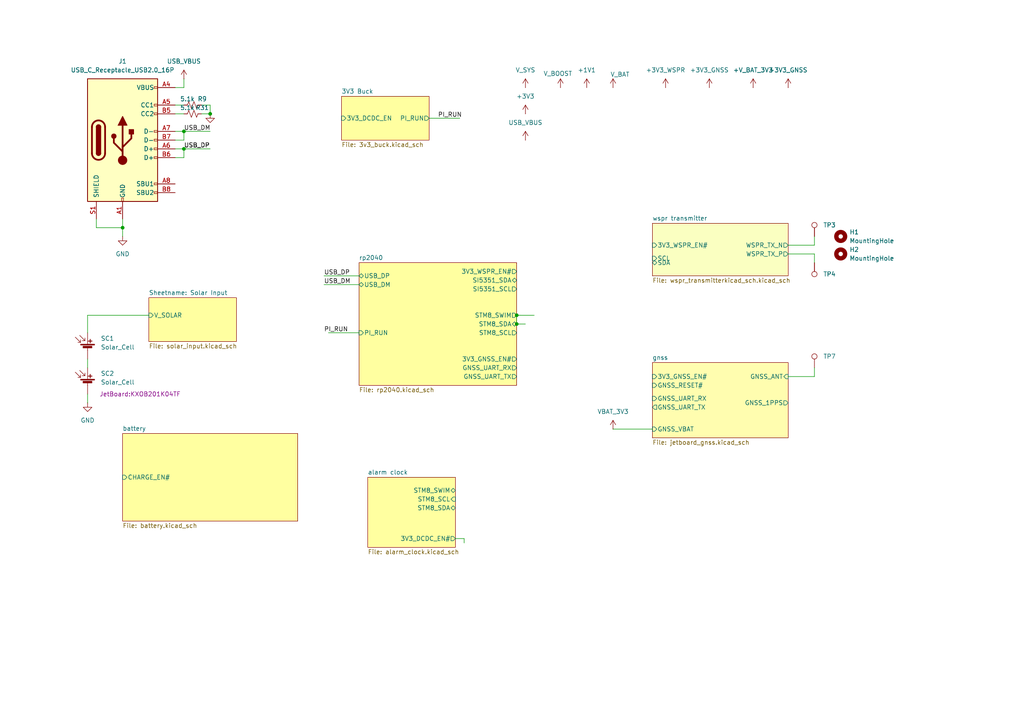
<source format=kicad_sch>
(kicad_sch (version 20250114) (generator "eeschema") (generator_version "9.0")
  (paper "A4")
  (lib_symbols
    (symbol "Connector:TestPoint" (pin_numbers (hide yes)) (pin_names (offset 0.762) (hide yes))
      (property "Reference" "TP" (at 0 6.858 0))
      (property "Value" "TestPoint" (at 0 5.08 0))
      (symbol "TestPoint_0_1"
        (circle (center 0 3.302) (radius 0.762))
      )
      (symbol "TestPoint_1_1"
        (pin passive line (at 0 0 90) (length 2.54) (name "1") (number "1"))
      )
    )
    (symbol "Connector:USB_C_Receptacle_USB2.0_16P" (pin_names (offset 1.016))
      (property "Reference" "J" (at 0 22.225 0))
      (property "Value" "USB_C_Receptacle_USB2.0_16P" (at 0 19.685 0))
      (symbol "USB_C_Receptacle_USB2.0_16P_0_0"
        (rectangle (start -0.254 -17.78) (end 0.254 -16.764))
        (rectangle (start 10.16 15.494) (end 9.144 14.986))
        (rectangle (start 10.16 10.414) (end 9.144 9.906))
        (rectangle (start 10.16 7.874) (end 9.144 7.366))
        (rectangle (start 10.16 2.794) (end 9.144 2.286))
        (rectangle (start 10.16 0.254) (end 9.144 -0.254))
        (rectangle (start 10.16 -2.286) (end 9.144 -2.794))
        (rectangle (start 10.16 -4.826) (end 9.144 -5.334))
        (rectangle (start 10.16 -12.446) (end 9.144 -12.954))
        (rectangle (start 10.16 -14.986) (end 9.144 -15.494))
      )
      (symbol "USB_C_Receptacle_USB2.0_16P_0_1"
        (rectangle (start -10.16 17.78) (end 10.16 -17.78) (stroke (width 0.254)) (fill (type background)))
        (polyline (pts (xy -8.89 -3.81) (xy -8.89 3.81)) (stroke (width 0.508)))
        (rectangle (start -7.62 -3.81) (end -6.35 3.81) (stroke (width 0.254)) (fill (type outline)))
        (arc (start -7.62 3.81) (mid -6.985 4.4423) (end -6.35 3.81) (stroke (width 0.254)))
        (arc (start -7.62 3.81) (mid -6.985 4.4423) (end -6.35 3.81) (stroke (width 0.254)) (fill (type outline)))
        (arc (start -8.89 3.81) (mid -6.985 5.7067) (end -5.08 3.81) (stroke (width 0.508)))
        (arc (start -5.08 -3.81) (mid -6.985 -5.7067) (end -8.89 -3.81) (stroke (width 0.508)))
        (arc (start -6.35 -3.81) (mid -6.985 -4.4423) (end -7.62 -3.81) (stroke (width 0.254)))
        (arc (start -6.35 -3.81) (mid -6.985 -4.4423) (end -7.62 -3.81) (stroke (width 0.254)) (fill (type outline)))
        (polyline (pts (xy -5.08 3.81) (xy -5.08 -3.81)) (stroke (width 0.508)))
        (circle (center -2.54 1.143) (radius 0.635) (stroke (width 0.254)) (fill (type outline)))
        (polyline (pts (xy -1.27 4.318) (xy 0 6.858) (xy 1.27 4.318) (xy -1.27 4.318)) (stroke (width 0.254)) (fill (type outline)))
        (polyline (pts (xy 0 -2.032) (xy 2.54 0.508) (xy 2.54 1.778)) (stroke (width 0.508)))
        (polyline (pts (xy 0 -3.302) (xy -2.54 -0.762) (xy -2.54 0.508)) (stroke (width 0.508)))
        (polyline (pts (xy 0 -5.842) (xy 0 4.318)) (stroke (width 0.508)))
        (circle (center 0 -5.842) (radius 1.27) (fill (type outline)))
        (rectangle (start 1.905 1.778) (end 3.175 3.048) (stroke (width 0.254)) (fill (type outline)))
      )
      (symbol "USB_C_Receptacle_USB2.0_16P_1_1"
        (pin passive line (at -7.62 -22.86 90) (length 5.08) (name "SHIELD") (number "S1"))
        (pin passive line (at 0 -22.86 90) (length 5.08) (name "GND") (number "A1"))
        (pin passive line (at 0 -22.86 90) (length 5.08) (hide yes) (name "GND") (number "A12"))
        (pin passive line (at 0 -22.86 90) (length 5.08) (hide yes) (name "GND") (number "B1"))
        (pin passive line (at 0 -22.86 90) (length 5.08) (hide yes) (name "GND") (number "B12"))
        (pin passive line (at 15.24 15.24 180) (length 5.08) (name "VBUS") (number "A4"))
        (pin passive line (at 15.24 15.24 180) (length 5.08) (hide yes) (name "VBUS") (number "A9"))
        (pin passive line (at 15.24 15.24 180) (length 5.08) (hide yes) (name "VBUS") (number "B4"))
        (pin passive line (at 15.24 15.24 180) (length 5.08) (hide yes) (name "VBUS") (number "B9"))
        (pin bidirectional line (at 15.24 10.16 180) (length 5.08) (name "CC1") (number "A5"))
        (pin bidirectional line (at 15.24 7.62 180) (length 5.08) (name "CC2") (number "B5"))
        (pin bidirectional line (at 15.24 2.54 180) (length 5.08) (name "D-") (number "A7"))
        (pin bidirectional line (at 15.24 0 180) (length 5.08) (name "D-") (number "B7"))
        (pin bidirectional line (at 15.24 -2.54 180) (length 5.08) (name "D+") (number "A6"))
        (pin bidirectional line (at 15.24 -5.08 180) (length 5.08) (name "D+") (number "B6"))
        (pin bidirectional line (at 15.24 -12.7 180) (length 5.08) (name "SBU1") (number "A8"))
        (pin bidirectional line (at 15.24 -15.24 180) (length 5.08) (name "SBU2") (number "B8"))
      )
    )
    (symbol "Device:R_Small_US" (pin_numbers (hide yes)) (pin_names (offset 0.254) (hide yes))
      (property "Reference" "R" (at 0.762 0.508 0))
      (property "Value" "R_Small_US" (at 0.762 -1.016 0))
      (symbol "R_Small_US_1_1"
        (polyline (pts (xy 0 1.524) (xy 1.016 1.143) (xy 0 0.762) (xy -1.016 0.381) (xy 0 0)))
        (polyline (pts (xy 0 0) (xy 1.016 -0.381) (xy 0 -0.762) (xy -1.016 -1.143) (xy 0 -1.524)))
        (pin passive line (at 0 2.54 270) (length 1.016) (name "~") (number "1"))
        (pin passive line (at 0 -2.54 90) (length 1.016) (name "~") (number "2"))
      )
    )
    (symbol "Device:Solar_Cell" (pin_numbers (hide yes)) (pin_names (offset 0) (hide yes))
      (property "Reference" "SC" (at 2.54 2.54 0))
      (property "Value" "Solar_Cell" (at 2.54 0 0))
      (symbol "Solar_Cell_0_1"
        (polyline (pts (xy -2.032 3.048) (xy -2.032 2.286) (xy -2.794 2.286)))
        (polyline (pts (xy -2.032 2.286) (xy -3.556 3.81)))
        (rectangle (start -2.032 1.778) (end 2.032 1.524) (fill (type outline)))
        (rectangle (start -1.3208 1.1938) (end 1.27 0.6858) (fill (type outline)))
        (polyline (pts (xy -0.762 3.556) (xy -0.762 2.794) (xy -1.524 2.794)))
        (polyline (pts (xy -0.762 2.794) (xy -2.286 4.318)))
        (polyline (pts (xy 0 1.778) (xy 0 2.54)))
        (polyline (pts (xy 0 0.762) (xy 0 0)))
        (polyline (pts (xy 0.254 2.667) (xy 1.27 2.667)) (stroke (width 0.254)))
        (polyline (pts (xy 0.762 3.175) (xy 0.762 2.159)) (stroke (width 0.254)))
      )
      (symbol "Solar_Cell_1_1"
        (pin passive line (at 0 5.08 270) (length 2.54) (name "+") (number "1"))
        (pin passive line (at 0 -2.54 90) (length 2.54) (name "-") (number "2"))
      )
    )
    (symbol "Mechanical:MountingHole" (pin_names (offset 1.016)) (exclude_from_sim yes) (in_bom no)
      (property "Reference" "H" (at 0 5.08 0))
      (property "Value" "MountingHole" (at 0 3.175 0))
      (symbol "MountingHole_0_1"
        (circle (center 0 0) (radius 1.27) (stroke (width 1.27)))
      )
    )
    (symbol "power:+1V1" (power) (pin_numbers (hide yes)) (pin_names (offset 0) (hide yes))
      (property "Value" "+1V1" (at 0 3.556 0))
      (symbol "+1V1_0_1"
        (polyline (pts (xy -0.762 1.27) (xy 0 2.54)))
        (polyline (pts (xy 0 2.54) (xy 0.762 1.27)))
        (polyline (pts (xy 0 0) (xy 0 2.54)))
      )
      (symbol "+1V1_1_1"
        (pin power_in line (at 0 0 90) (length 0) (name "~") (number "1"))
      )
    )
    (symbol "power:+3.3V" (power) (pin_numbers (hide yes)) (pin_names (offset 0) (hide yes))
      (property "Value" "+3.3V" (at 0 3.556 0))
      (symbol "+3.3V_0_1"
        (polyline (pts (xy -0.762 1.27) (xy 0 2.54)))
        (polyline (pts (xy 0 2.54) (xy 0.762 1.27)))
        (polyline (pts (xy 0 0) (xy 0 2.54)))
      )
      (symbol "+3.3V_1_1"
        (pin power_in line (at 0 0 90) (length 0) (name "~") (number "1"))
      )
    )
    (symbol "power:GND" (power) (pin_numbers (hide yes)) (pin_names (offset 0) (hide yes))
      (property "Value" "GND" (at 0 -3.81 0))
      (symbol "GND_0_1"
        (polyline (pts (xy 0 0) (xy 0 -1.27) (xy 1.27 -1.27) (xy 0 -2.54) (xy -1.27 -1.27) (xy 0 -1.27)))
      )
      (symbol "GND_1_1"
        (pin power_in line (at 0 0 270) (length 0) (name "~") (number "1"))
      )
    )
  )
  (junction (at 149.86 91.44))
  (junction (at 53.34 38.1))
  (junction (at 149.86 93.98))
  (junction (at 60.96 33.02))
  (junction (at 35.56 66.04))
  (junction (at 53.34 43.18))
  (wire (pts (xy 60.96 30.48) (xy 58.42 30.48)))
  (wire (pts (xy 27.94 63.5) (xy 27.94 66.04)))
  (wire (pts (xy 53.34 38.1) (xy 50.8 38.1)))
  (wire (pts (xy 95.25 96.52) (xy 104.14 96.52)))
  (wire (pts (xy 27.94 66.04) (xy 35.56 66.04)))
  (wire (pts (xy 236.22 109.22) (xy 228.6 109.22)))
  (wire (pts (xy 149.86 91.44) (xy 154.94 91.44)))
  (wire (pts (xy 124.46 34.29) (xy 133.35 34.29)))
  (wire (pts (xy 53.34 45.72) (xy 50.8 45.72)))
  (wire (pts (xy 134.62 156.21) (xy 134.62 157.48)))
  (wire (pts (xy 53.34 22.86) (xy 53.34 25.4)))
  (wire (pts (xy 149.86 91.44) (xy 149.86 93.98)))
  (wire (pts (xy 25.4 104.14) (xy 25.4 106.68)))
  (wire (pts (xy 53.34 43.18) (xy 53.34 45.72)))
  (wire (pts (xy 132.08 156.21) (xy 134.62 156.21)))
  (wire (pts (xy 236.22 76.2) (xy 236.22 73.66)))
  (wire (pts (xy 53.34 40.64) (xy 50.8 40.64)))
  (wire (pts (xy 53.34 38.1) (xy 53.34 40.64)))
  (wire (pts (xy 53.34 38.1) (xy 60.96 38.1)))
  (wire (pts (xy 93.98 82.55) (xy 104.14 82.55)))
  (wire (pts (xy 25.4 91.44) (xy 43.18 91.44)))
  (wire (pts (xy 53.34 25.4) (xy 50.8 25.4)))
  (wire (pts (xy 149.86 93.98) (xy 152.4 93.98)))
  (wire (pts (xy 50.8 33.02) (xy 53.34 33.02)))
  (wire (pts (xy 35.56 66.04) (xy 35.56 68.58)))
  (wire (pts (xy 236.22 106.68) (xy 236.22 109.22)))
  (wire (pts (xy 25.4 96.52) (xy 25.4 91.44)))
  (wire (pts (xy 228.6 73.66) (xy 236.22 73.66)))
  (wire (pts (xy 35.56 66.04) (xy 35.56 63.5)))
  (wire (pts (xy 25.4 114.3) (xy 25.4 116.84)))
  (wire (pts (xy 50.8 30.48) (xy 53.34 30.48)))
  (wire (pts (xy 53.34 43.18) (xy 50.8 43.18)))
  (wire (pts (xy 53.34 43.18) (xy 60.96 43.18)))
  (wire (pts (xy 177.8 124.46) (xy 189.23 124.46)))
  (wire (pts (xy 60.96 33.02) (xy 60.96 30.48)))
  (wire (pts (xy 236.22 68.58) (xy 236.22 71.12)))
  (wire (pts (xy 58.42 33.02) (xy 60.96 33.02)))
  (wire (pts (xy 93.98 80.01) (xy 104.14 80.01)))
  (wire (pts (xy 236.22 71.12) (xy 228.6 71.12)))
  (label "USB_DP" (at 53.34 43.18 0))
  (label "USB_DP" (at 93.98 80.01 0))
  (label "USB_DP" (at 53.34 43.18 0))
  (label "USB_DM" (at 93.98 82.55 0))
  (label "PI_RUN" (at 93.98 96.52 0))
  (label "PI_RUN" (at 127 34.29 0))
  (label "USB_DM" (at 53.34 38.1 0))
  (symbol (lib_id "Device:Solar_Cell") (at 25.4 101.6 0) (unit 1)
    (property "Reference" "SC1" (at 29.21 98.1709 0) (effects (justify left)))
    (property "Value" "Solar_Cell" (at 29.21 100.7109 0) (effects (justify left)))
    (property "Footprint" "JetBoard:KXOB201K04TF" (effects (hide yes)))
    (property "Description" "Single solar cell" (effects (hide yes)))
  )
  (symbol (lib_id "power:+3.3V") (at 177.8 124.46 0) (unit 1)
    (property "Reference" "#PWR01" (effects (hide yes)))
    (property "Value" "VBAT_3V3" (at 177.8 119.38 0))
    (property "Description" "Power symbol creates a global label with name \"+3.3V\"" (effects (hide yes)))
  )
  (symbol (lib_id "power:+3.3V") (at 53.34 22.86 0) (unit 1)
    (property "Reference" "#PWR044" (effects (hide yes)))
    (property "Value" "USB_VBUS" (at 53.34 17.78 0))
    (property "Description" "Power symbol creates a global label with name \"+3.3V\"" (effects (hide yes)))
  )
  (symbol (lib_id "Connector:USB_C_Receptacle_USB2.0_16P") (at 35.56 40.64 0) (unit 1)
    (property "Reference" "J1" (at 35.56 17.78 0))
    (property "Value" "USB_C_Receptacle_USB2.0_16P" (at 35.56 20.32 0))
    (property "Footprint" "Connector_USB:USB_C_Receptacle_G-Switch_GT-USB-7051x" (effects (hide yes)))
    (property "Datasheet" "https://www.usb.org/sites/default/files/documents/usb_type-c.zip" (effects (hide yes)))
    (property "Description" "USB 2.0-only 16P Type-C Receptacle connector" (effects (hide yes)))
  )
  (symbol (lib_id "Device:Solar_Cell") (at 25.4 111.76 0) (unit 1)
    (property "Reference" "SC2" (at 29.21 108.3309 0) (effects (justify left)))
    (property "Value" "Solar_Cell" (at 29.21 110.8709 0) (effects (justify left)))
    (property "Footprint" "JetBoard:KXOB201K04TF" (at 40.64 114.3 0))
    (property "Description" "Single solar cell" (effects (hide yes)))
  )
  (symbol (lib_id "Mechanical:MountingHole") (at 243.84 73.66 0) (unit 1) (exclude_from_sim yes) (in_bom no)
    (property "Reference" "H2" (at 246.38 72.3899 0) (effects (justify left)))
    (property "Value" "MountingHole" (at 246.38 74.9299 0) (effects (justify left)))
    (property "Footprint" "MountingHole:ToolingHole_1.152mm" (effects (hide yes)))
    (property "Description" "Mounting Hole without connection" (effects (hide yes)))
  )
  (symbol (lib_id "power:GND") (at 25.4 116.84 0) (unit 1)
    (property "Reference" "#PWR073" (effects (hide yes)))
    (property "Value" "GND" (at 25.4 121.92 0))
    (property "Description" "Power symbol creates a global label with name \"GND\" , ground" (effects (hide yes)))
  )
  (symbol (lib_id "power:GND") (at 60.96 33.02 0) (unit 1)
    (property "Reference" "#PWR070" (effects (hide yes)))
    (property "Value" "GND" (effects (hide yes)))
    (property "Description" "Power symbol creates a global label with name \"GND\" , ground" (effects (hide yes)))
  )
  (symbol (lib_id "power:+1V1") (at 170.18 25.4 0) (unit 1)
    (property "Reference" "#PWR017" (effects (hide yes)))
    (property "Value" "+1V1" (at 170.18 20.32 0))
    (property "Description" "Power symbol creates a global label with name \"+1V1\"" (effects (hide yes)))
  )
  (symbol (lib_id "power:GND") (at 35.56 68.58 0) (unit 1)
    (property "Reference" "#PWR069" (effects (hide yes)))
    (property "Value" "GND" (at 35.56 73.66 0))
    (property "Description" "Power symbol creates a global label with name \"GND\" , ground" (effects (hide yes)))
  )
  (symbol (lib_id "Connector:TestPoint") (at 236.22 76.2 180) (unit 1)
    (property "Reference" "TP4" (at 238.76 79.5019 0) (effects (justify right)))
    (property "Value" "TestPoint" (effects (hide yes)))
    (property "Footprint" "TestPoint:TestPoint_Pad_1.5x1.5mm" (effects (hide yes)))
    (property "Description" "test point" (effects (hide yes)))
  )
  (symbol (lib_id "Connector:TestPoint") (at 236.22 68.58 0) (unit 1)
    (property "Reference" "TP3" (at 238.76 65.2779 0) (effects (justify left)))
    (property "Value" "TestPoint" (effects (hide yes)))
    (property "Footprint" "TestPoint:TestPoint_Pad_1.5x1.5mm" (effects (hide yes)))
    (property "Description" "test point" (effects (hide yes)))
  )
  (symbol (lib_id "power:+3.3V") (at 205.74 25.4 0) (unit 1)
    (property "Reference" "#PWR079" (effects (hide yes)))
    (property "Value" "+3V3_GNSS" (at 205.74 20.32 0))
    (property "Description" "Power symbol creates a global label with name \"+3.3V\"" (effects (hide yes)))
  )
  (symbol (lib_id "power:+3.3V") (at 218.44 25.4 0) (unit 1)
    (property "Reference" "#PWR080" (effects (hide yes)))
    (property "Value" "+V_BAT_3V3" (at 218.44 20.32 0))
    (property "Description" "Power symbol creates a global label with name \"+3.3V\"" (effects (hide yes)))
  )
  (symbol (lib_id "power:+3.3V") (at 152.4 40.64 0) (unit 1)
    (property "Reference" "#PWR075" (effects (hide yes)))
    (property "Value" "USB_VBUS" (at 152.4 35.56 0))
    (property "Description" "Power symbol creates a global label with name \"+3.3V\"" (effects (hide yes)))
  )
  (symbol (lib_id "Device:R_Small_US") (at 55.88 33.02 90) (unit 1)
    (property "Reference" "R31" (at 58.674 31.242 90))
    (property "Value" "5.1k" (at 54.356 31.242 90))
    (property "Footprint" "Resistor_SMD:R_0402_1005Metric" (effects (hide yes)))
    (property "Description" "Resistor, small US symbol" (effects (hide yes)))
  )
  (symbol (lib_id "power:+3.3V") (at 162.56 25.4 0) (unit 1)
    (property "Reference" "#PWR076" (effects (hide yes)))
    (property "Value" "V_BOOST" (at 161.798 21.336 0))
    (property "Description" "Power symbol creates a global label with name \"+3.3V\"" (effects (hide yes)))
  )
  (symbol (lib_id "power:+3.3V") (at 228.6 25.4 0) (unit 1)
    (property "Reference" "#PWR081" (effects (hide yes)))
    (property "Value" "+3V3_GNSS" (at 228.6 20.32 0))
    (property "Description" "Power symbol creates a global label with name \"+3.3V\"" (effects (hide yes)))
  )
  (symbol (lib_id "Connector:TestPoint") (at 236.22 106.68 0) (unit 1)
    (property "Reference" "TP7" (at 238.76 103.3779 0) (effects (justify left)))
    (property "Value" "TestPoint" (effects (hide yes)))
    (property "Footprint" "TestPoint:TestPoint_Pad_2.5x2.5mm" (effects (hide yes)))
    (property "Description" "test point" (effects (hide yes)))
  )
  (symbol (lib_id "power:+3.3V") (at 193.04 25.4 0) (unit 1)
    (property "Reference" "#PWR078" (effects (hide yes)))
    (property "Value" "+3V3_WSPR" (at 193.04 20.32 0))
    (property "Description" "Power symbol creates a global label with name \"+3.3V\"" (effects (hide yes)))
  )
  (symbol (lib_id "power:+3.3V") (at 177.8 25.4 0) (unit 1)
    (property "Reference" "#PWR077" (effects (hide yes)))
    (property "Value" "V_BAT" (at 179.832 21.59 0))
    (property "Description" "Power symbol creates a global label with name \"+3.3V\"" (effects (hide yes)))
  )
  (symbol (lib_id "power:+3.3V") (at 152.4 33.02 0) (unit 1)
    (property "Reference" "#PWR074" (effects (hide yes)))
    (property "Value" "+3V3" (at 152.4 27.94 0))
    (property "Description" "Power symbol creates a global label with name \"+3.3V\"" (effects (hide yes)))
  )
  (symbol (lib_id "power:+3.3V") (at 152.4 25.4 0) (unit 1)
    (property "Reference" "#PWR034" (effects (hide yes)))
    (property "Value" "V_SYS" (at 152.4 20.32 0))
    (property "Description" "Power symbol creates a global label with name \"+3.3V\"" (effects (hide yes)))
  )
  (symbol (lib_id "Mechanical:MountingHole") (at 243.84 68.58 0) (unit 1) (exclude_from_sim yes) (in_bom no)
    (property "Reference" "H1" (at 246.38 67.3099 0) (effects (justify left)))
    (property "Value" "MountingHole" (at 246.38 69.8499 0) (effects (justify left)))
    (property "Footprint" "MountingHole:ToolingHole_1.152mm" (effects (hide yes)))
    (property "Description" "Mounting Hole without connection" (effects (hide yes)))
  )
  (symbol (lib_id "Device:R_Small_US") (at 55.88 30.48 90) (unit 1)
    (property "Reference" "R9" (at 58.674 28.702 90))
    (property "Value" "5.1k" (at 54.356 28.702 90))
    (property "Footprint" "Resistor_SMD:R_0402_1005Metric" (effects (hide yes)))
    (property "Description" "Resistor, small US symbol" (effects (hide yes)))
  )
  (sheet (at 104.14 76.2) (size 45.72 35.56) (stroke (width 0.1524)) (fill (color 255 255 160 1.0000))
    (property "Sheetname" "rp2040" (at 104.14 75.4884 0) (effects (justify left bottom)))
    (property "Sheetfile" "rp2040.kicad_sch" (at 104.14 112.3446 0) (effects (justify left top)))
    (pin "STM8_SDA" bidirectional (at 149.86 93.98 0))
    (pin "GNSS_UART_RX" output (at 149.86 106.68 0))
    (pin "STM8_SWIM" output (at 149.86 91.44 0))
    (pin "STM8_SCL" output (at 149.86 96.52 0))
    (pin "3V3_WSPR_EN#" output (at 149.86 78.74 0))
    (pin "SI5351_SDA" bidirectional (at 149.86 81.28 0))
    (pin "GNSS_UART_TX" output (at 149.86 109.22 0))
    (pin "SI5351_SCL" output (at 149.86 83.82 0))
    (pin "3V3_GNSS_EN#" output (at 149.86 104.14 0))
    (pin "USB_DP" bidirectional (at 104.14 80.01 180))
    (pin "USB_DM" bidirectional (at 104.14 82.55 180))
    (pin "PI_RUN" input (at 104.14 96.52 180))
  )
  (sheet (at 106.68 138.43) (size 25.4 20.32) (stroke (width 0.1524)) (fill (color 255 255 160 1.0000))
    (property "Sheetname" "alarm clock" (at 106.68 137.7184 0) (effects (justify left bottom)))
    (property "Sheetfile" "alarm_clock.kicad_sch" (at 106.68 159.3346 0) (effects (justify left top)))
    (pin "STM8_SCL" input (at 132.08 144.78 0))
    (pin "STM8_SWIM" bidirectional (at 132.08 142.24 0))
    (pin "3V3_DCDC_EN#" output (at 132.08 156.21 0))
    (pin "STM8_SDA" bidirectional (at 132.08 147.32 0))
  )
  (sheet (at 43.18 86.36) (size 25.4 12.7) (stroke (width 0.1524)) (fill (color 255 255 160 1.0000))
    (property "Sheetname" "Solar Input" (at 43.18 85.6484 0) (show_name yes) (effects (justify left bottom)))
    (property "Sheetfile" "solar_input.kicad_sch" (at 43.18 99.6446 0) (effects (justify left top)))
    (pin "V_SOLAR" input (at 43.18 91.44 180))
  )
  (sheet (at 99.06 27.94) (size 25.4 12.7) (stroke (width 0.1524)) (fill (color 255 255 160 1.0000))
    (property "Sheetname" "3V3 Buck" (at 99.06 27.2284 0) (effects (justify left bottom)))
    (property "Sheetfile" "3v3_buck.kicad_sch" (at 99.06 41.2246 0) (effects (justify left top)))
    (pin "PI_RUN" output (at 124.46 34.29 0))
    (pin "3V3_DCDC_EN" input (at 99.06 34.29 180))
  )
  (sheet (at 189.23 64.77) (size 39.37 15.24) (stroke (width 0.1524)) (fill (color 250 255 193 1.0000))
    (property "Sheetname" "wspr transmitter" (at 189.23 64.0584 0) (effects (justify left bottom)))
    (property "Sheetfile" "wspr_transmitterkicad_sch.kicad_sch" (at 189.23 80.5946 0) (effects (justify left top)))
    (pin "SCL" input (at 189.23 74.93 180))
    (pin "WSPR_TX_N" output (at 228.6 71.12 0))
    (pin "WSPR_TX_P" output (at 228.6 73.66 0))
    (pin "3V3_WSPR_EN#" input (at 189.23 71.12 180))
    (pin "SDA" bidirectional (at 189.23 76.2 180))
  )
  (sheet (at 35.56 125.73) (size 50.8 25.4) (stroke (width 0.1524)) (fill (color 255 255 160 1.0000))
    (property "Sheetname" "battery" (at 35.56 125.0184 0) (effects (justify left bottom)))
    (property "Sheetfile" "battery.kicad_sch" (at 35.56 151.7146 0) (effects (justify left top)))
    (pin "CHARGE_EN#" input (at 35.56 138.43 180))
  )
  (sheet (at 189.23 105.156) (size 39.37 21.844) (stroke (width 0.1524)) (fill (color 255 253 175 1.0000))
    (property "Sheetname" "gnss" (at 189.23 104.4444 0) (effects (justify left bottom)))
    (property "Sheetfile" "jetboard_gnss.kicad_sch" (at 189.23 127.5846 0) (effects (justify left top)))
    (pin "GNSS_RESET#" input (at 189.23 111.76 180))
    (pin "GNSS_UART_RX" input (at 189.23 115.57 180))
    (pin "GNSS_VBAT" input (at 189.23 124.46 180))
    (pin "GNSS_ANT" input (at 228.6 109.22 0))
    (pin "GNSS_UART_TX" output (at 189.23 118.11 180))
    (pin "GNSS_1PPS" output (at 228.6 116.84 0))
    (pin "3V3_GNSS_EN#" input (at 189.23 109.22 180))
  )
)
</source>
